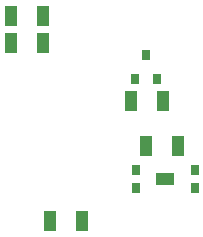
<source format=gtp>
G04 Layer_Color=8421504*
%FSAX44Y44*%
%MOMM*%
G71*
G01*
G75*
%ADD10R,1.1000X1.7000*%
%ADD11R,0.8000X0.9000*%
%ADD12R,1.6000X1.0000*%
%ADD13R,0.6500X0.9000*%
D10*
X00281140Y00357480D02*
D03*
X00254140D02*
D03*
X00185560Y00255880D02*
D03*
X00212560D02*
D03*
X00179540Y00429870D02*
D03*
X00152540D02*
D03*
X00179540Y00407010D02*
D03*
X00152540D02*
D03*
X00266840Y00319380D02*
D03*
X00293840D02*
D03*
D11*
X00256870Y00376690D02*
D03*
X00275870D02*
D03*
X00266370Y00396690D02*
D03*
D12*
X00282880Y00291440D02*
D03*
D13*
X00258130Y00298940D02*
D03*
Y00283940D02*
D03*
X00307630Y00298940D02*
D03*
Y00283940D02*
D03*
M02*

</source>
